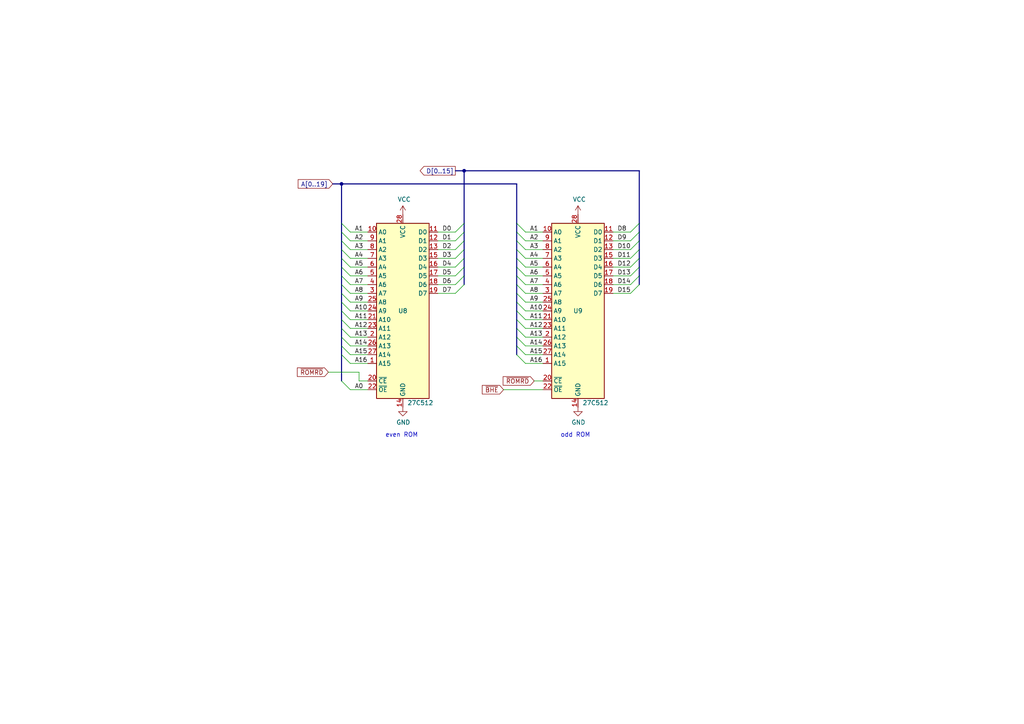
<source format=kicad_sch>
(kicad_sch (version 20230121) (generator eeschema)
  (paper "A4")
  (title_block (title "Mini8086 main system board") (rev "2.1"))
  (lib_symbols
    (symbol "Memory_EPROM:27C512"
      (property "Reference" "U" (at -7.62 26.67 0))
      (property "Value" "27C512" (at 2.54 -26.67 0))
      (symbol "27C512_1_1"
        (rectangle (start -7.62 25.4) (end 7.62 -25.4) (stroke (width 0.254)) (fill (type background)))
        (pin input line (at -10.16 -15.24 0) (length 2.54) (name "A15") (number "1"))
        (pin input line (at -10.16 22.86 0) (length 2.54) (name "A0") (number "10"))
        (pin tri_state line (at 10.16 22.86 180) (length 2.54) (name "D0") (number "11"))
        (pin tri_state line (at 10.16 20.32 180) (length 2.54) (name "D1") (number "12"))
        (pin tri_state line (at 10.16 17.78 180) (length 2.54) (name "D2") (number "13"))
        (pin power_in line (at 0 -27.94 90) (length 2.54) (name "GND") (number "14"))
        (pin tri_state line (at 10.16 15.24 180) (length 2.54) (name "D3") (number "15"))
        (pin tri_state line (at 10.16 12.7 180) (length 2.54) (name "D4") (number "16"))
        (pin tri_state line (at 10.16 10.16 180) (length 2.54) (name "D5") (number "17"))
        (pin tri_state line (at 10.16 7.62 180) (length 2.54) (name "D6") (number "18"))
        (pin tri_state line (at 10.16 5.08 180) (length 2.54) (name "D7") (number "19"))
        (pin input line (at -10.16 -7.62 0) (length 2.54) (name "A12") (number "2"))
        (pin input line (at -10.16 -20.32 0) (length 2.54) (name "~{CE}") (number "20"))
        (pin input line (at -10.16 -2.54 0) (length 2.54) (name "A10") (number "21"))
        (pin input line (at -10.16 -22.86 0) (length 2.54) (name "~{OE}") (number "22"))
        (pin input line (at -10.16 -5.08 0) (length 2.54) (name "A11") (number "23"))
        (pin input line (at -10.16 0 0) (length 2.54) (name "A9") (number "24"))
        (pin input line (at -10.16 2.54 0) (length 2.54) (name "A8") (number "25"))
        (pin input line (at -10.16 -10.16 0) (length 2.54) (name "A13") (number "26"))
        (pin input line (at -10.16 -12.7 0) (length 2.54) (name "A14") (number "27"))
        (pin power_in line (at 0 27.94 270) (length 2.54) (name "VCC") (number "28"))
        (pin input line (at -10.16 5.08 0) (length 2.54) (name "A7") (number "3"))
        (pin input line (at -10.16 7.62 0) (length 2.54) (name "A6") (number "4"))
        (pin input line (at -10.16 10.16 0) (length 2.54) (name "A5") (number "5"))
        (pin input line (at -10.16 12.7 0) (length 2.54) (name "A4") (number "6"))
        (pin input line (at -10.16 15.24 0) (length 2.54) (name "A3") (number "7"))
        (pin input line (at -10.16 17.78 0) (length 2.54) (name "A2") (number "8"))
        (pin input line (at -10.16 20.32 0) (length 2.54) (name "A1") (number "9"))
      )
    )
    (symbol "power:GND" (power) (pin_names (offset 0))
      (property "Value" "GND" (at 0 -3.81 0))
      (symbol "GND_0_1"
        (polyline (pts (xy 0 0) (xy 0 -1.27) (xy 1.27 -1.27) (xy 0 -2.54) (xy -1.27 -1.27) (xy 0 -1.27)))
      )
      (symbol "GND_1_1"
        (pin power_in line (at 0 0 270) (length 0) hide (name "GND") (number "1"))
      )
    )
    (symbol "power:VCC" (power) (pin_names (offset 0))
      (property "Value" "VCC" (at 0 3.81 0))
      (symbol "VCC_0_1"
        (polyline (pts (xy -0.762 1.27) (xy 0 2.54)))
        (polyline (pts (xy 0 0) (xy 0 2.54)))
        (polyline (pts (xy 0 2.54) (xy 0.762 1.27)))
      )
      (symbol "VCC_1_1"
        (pin power_in line (at 0 0 90) (length 0) hide (name "VCC") (number "1"))
      )
    )
  )
  (junction (at 134.62 49.53))
  (junction (at 99.06 53.34))
  (bus_entry (at 132.08 67.31) (size 2.54 -2.54))
  (bus_entry (at 101.6 82.55) (size -2.54 -2.54))
  (bus_entry (at 152.4 90.17) (size -2.54 -2.54))
  (bus_entry (at 101.6 105.41) (size -2.54 -2.54))
  (bus_entry (at 182.88 82.55) (size 2.54 -2.54))
  (bus_entry (at 152.4 77.47) (size -2.54 -2.54))
  (bus_entry (at 152.4 100.33) (size -2.54 -2.54))
  (bus_entry (at 182.88 80.01) (size 2.54 -2.54))
  (bus_entry (at 152.4 80.01) (size -2.54 -2.54))
  (bus_entry (at 152.4 87.63) (size -2.54 -2.54))
  (bus_entry (at 182.88 72.39) (size 2.54 -2.54))
  (bus_entry (at 101.6 77.47) (size -2.54 -2.54))
  (bus_entry (at 152.4 97.79) (size -2.54 -2.54))
  (bus_entry (at 132.08 82.55) (size 2.54 -2.54))
  (bus_entry (at 182.88 85.09) (size 2.54 -2.54))
  (bus_entry (at 101.6 100.33) (size -2.54 -2.54))
  (bus_entry (at 101.6 90.17) (size -2.54 -2.54))
  (bus_entry (at 152.4 72.39) (size -2.54 -2.54))
  (bus_entry (at 152.4 69.85) (size -2.54 -2.54))
  (bus_entry (at 152.4 102.87) (size -2.54 -2.54))
  (bus_entry (at 101.6 80.01) (size -2.54 -2.54))
  (bus_entry (at 132.08 85.09) (size 2.54 -2.54))
  (bus_entry (at 132.08 77.47) (size 2.54 -2.54))
  (bus_entry (at 152.4 85.09) (size -2.54 -2.54))
  (bus_entry (at 132.08 72.39) (size 2.54 -2.54))
  (bus_entry (at 101.6 74.93) (size -2.54 -2.54))
  (bus_entry (at 101.6 87.63) (size -2.54 -2.54))
  (bus_entry (at 101.6 92.71) (size -2.54 -2.54))
  (bus_entry (at 132.08 74.93) (size 2.54 -2.54))
  (bus_entry (at 182.88 69.85) (size 2.54 -2.54))
  (bus_entry (at 101.6 95.25) (size -2.54 -2.54))
  (bus_entry (at 101.6 67.31) (size -2.54 -2.54))
  (bus_entry (at 152.4 105.41) (size -2.54 -2.54))
  (bus_entry (at 101.6 97.79) (size -2.54 -2.54))
  (bus_entry (at 152.4 67.31) (size -2.54 -2.54))
  (bus_entry (at 101.6 113.03) (size -2.54 -2.54))
  (bus_entry (at 101.6 102.87) (size -2.54 -2.54))
  (bus_entry (at 152.4 74.93) (size -2.54 -2.54))
  (bus_entry (at 101.6 69.85) (size -2.54 -2.54))
  (bus_entry (at 152.4 82.55) (size -2.54 -2.54))
  (bus_entry (at 101.6 72.39) (size -2.54 -2.54))
  (bus_entry (at 152.4 95.25) (size -2.54 -2.54))
  (bus_entry (at 182.88 67.31) (size 2.54 -2.54))
  (bus_entry (at 182.88 77.47) (size 2.54 -2.54))
  (bus_entry (at 182.88 74.93) (size 2.54 -2.54))
  (bus_entry (at 101.6 85.09) (size -2.54 -2.54))
  (bus_entry (at 152.4 92.71) (size -2.54 -2.54))
  (bus_entry (at 132.08 69.85) (size 2.54 -2.54))
  (bus_entry (at 132.08 80.01) (size 2.54 -2.54))
  (wire (pts (xy 132.08 74.93) (xy 127 74.93)))
  (bus (pts (xy 149.86 82.55) (xy 149.86 85.09)))
  (wire (pts (xy 101.6 102.87) (xy 106.68 102.87)))
  (wire (pts (xy 152.4 95.25) (xy 157.48 95.25)))
  (bus (pts (xy 149.86 72.39) (xy 149.86 74.93)))
  (bus (pts (xy 185.42 64.77) (xy 185.42 67.31)))
  (bus (pts (xy 134.62 49.53) (xy 134.62 64.77)))
  (wire (pts (xy 101.6 82.55) (xy 106.68 82.55)))
  (wire (pts (xy 182.88 77.47) (xy 177.8 77.47)))
  (wire (pts (xy 101.6 92.71) (xy 106.68 92.71)))
  (wire (pts (xy 152.4 77.47) (xy 157.48 77.47)))
  (bus (pts (xy 149.86 85.09) (xy 149.86 87.63)))
  (wire (pts (xy 152.4 102.87) (xy 157.48 102.87)))
  (wire (pts (xy 152.4 97.79) (xy 157.48 97.79)))
  (wire (pts (xy 104.14 110.49) (xy 104.14 107.95)))
  (bus (pts (xy 99.06 87.63) (xy 99.06 90.17)))
  (bus (pts (xy 99.06 53.34) (xy 99.06 64.77)))
  (bus (pts (xy 134.62 64.77) (xy 134.62 67.31)))
  (bus (pts (xy 99.06 102.87) (xy 99.06 110.49)))
  (bus (pts (xy 185.42 74.93) (xy 185.42 77.47)))
  (wire (pts (xy 182.88 72.39) (xy 177.8 72.39)))
  (bus (pts (xy 149.86 92.71) (xy 149.86 95.25)))
  (wire (pts (xy 152.4 74.93) (xy 157.48 74.93)))
  (bus (pts (xy 149.86 53.34) (xy 149.86 64.77)))
  (bus (pts (xy 149.86 74.93) (xy 149.86 77.47)))
  (bus (pts (xy 149.86 87.63) (xy 149.86 90.17)))
  (wire (pts (xy 101.6 100.33) (xy 106.68 100.33)))
  (bus (pts (xy 134.62 77.47) (xy 134.62 80.01)))
  (wire (pts (xy 182.88 74.93) (xy 177.8 74.93)))
  (wire (pts (xy 152.4 69.85) (xy 157.48 69.85)))
  (bus (pts (xy 99.06 90.17) (xy 99.06 92.71)))
  (bus (pts (xy 149.86 69.85) (xy 149.86 72.39)))
  (wire (pts (xy 132.08 67.31) (xy 127 67.31)))
  (bus (pts (xy 149.86 100.33) (xy 149.86 102.87)))
  (wire (pts (xy 182.88 67.31) (xy 177.8 67.31)))
  (wire (pts (xy 152.4 80.01) (xy 157.48 80.01)))
  (bus (pts (xy 185.42 67.31) (xy 185.42 69.85)))
  (bus (pts (xy 134.62 72.39) (xy 134.62 74.93)))
  (wire (pts (xy 132.08 85.09) (xy 127 85.09)))
  (wire (pts (xy 152.4 87.63) (xy 157.48 87.63)))
  (wire (pts (xy 182.88 85.09) (xy 177.8 85.09)))
  (wire (pts (xy 157.48 110.49) (xy 154.94 110.49)))
  (wire (pts (xy 101.6 105.41) (xy 106.68 105.41)))
  (wire (pts (xy 152.4 100.33) (xy 157.48 100.33)))
  (bus (pts (xy 99.06 53.34) (xy 96.52 53.34)))
  (wire (pts (xy 104.14 107.95) (xy 95.25 107.95)))
  (wire (pts (xy 152.4 85.09) (xy 157.48 85.09)))
  (wire (pts (xy 101.6 90.17) (xy 106.68 90.17)))
  (wire (pts (xy 152.4 72.39) (xy 157.48 72.39)))
  (wire (pts (xy 152.4 67.31) (xy 157.48 67.31)))
  (wire (pts (xy 101.6 80.01) (xy 106.68 80.01)))
  (bus (pts (xy 99.06 69.85) (xy 99.06 72.39)))
  (wire (pts (xy 101.6 67.31) (xy 106.68 67.31)))
  (wire (pts (xy 101.6 97.79) (xy 106.68 97.79)))
  (wire (pts (xy 182.88 69.85) (xy 177.8 69.85)))
  (wire (pts (xy 101.6 72.39) (xy 106.68 72.39)))
  (wire (pts (xy 182.88 80.01) (xy 177.8 80.01)))
  (wire (pts (xy 101.6 74.93) (xy 106.68 74.93)))
  (bus (pts (xy 99.06 53.34) (xy 149.86 53.34)))
  (bus (pts (xy 134.62 69.85) (xy 134.62 72.39)))
  (bus (pts (xy 185.42 77.47) (xy 185.42 80.01)))
  (wire (pts (xy 152.4 90.17) (xy 157.48 90.17)))
  (wire (pts (xy 101.6 95.25) (xy 106.68 95.25)))
  (bus (pts (xy 134.62 74.93) (xy 134.62 77.47)))
  (bus (pts (xy 149.86 67.31) (xy 149.86 69.85)))
  (bus (pts (xy 99.06 64.77) (xy 99.06 67.31)))
  (bus (pts (xy 99.06 67.31) (xy 99.06 69.85)))
  (wire (pts (xy 101.6 69.85) (xy 106.68 69.85)))
  (bus (pts (xy 134.62 49.53) (xy 185.42 49.53)))
  (bus (pts (xy 99.06 77.47) (xy 99.06 80.01)))
  (wire (pts (xy 132.08 72.39) (xy 127 72.39)))
  (wire (pts (xy 101.6 85.09) (xy 106.68 85.09)))
  (bus (pts (xy 149.86 64.77) (xy 149.86 67.31)))
  (bus (pts (xy 99.06 95.25) (xy 99.06 97.79)))
  (bus (pts (xy 149.86 90.17) (xy 149.86 92.71)))
  (bus (pts (xy 149.86 77.47) (xy 149.86 80.01)))
  (wire (pts (xy 101.6 77.47) (xy 106.68 77.47)))
  (wire (pts (xy 152.4 92.71) (xy 157.48 92.71)))
  (bus (pts (xy 99.06 80.01) (xy 99.06 82.55)))
  (wire (pts (xy 106.68 110.49) (xy 104.14 110.49)))
  (bus (pts (xy 149.86 97.79) (xy 149.86 100.33)))
  (wire (pts (xy 132.08 69.85) (xy 127 69.85)))
  (wire (pts (xy 132.08 77.47) (xy 127 77.47)))
  (bus (pts (xy 149.86 80.01) (xy 149.86 82.55)))
  (bus (pts (xy 99.06 100.33) (xy 99.06 102.87)))
  (bus (pts (xy 99.06 74.93) (xy 99.06 77.47)))
  (bus (pts (xy 149.86 95.25) (xy 149.86 97.79)))
  (wire (pts (xy 101.6 87.63) (xy 106.68 87.63)))
  (bus (pts (xy 134.62 49.53) (xy 132.08 49.53)))
  (bus (pts (xy 134.62 80.01) (xy 134.62 82.55)))
  (bus (pts (xy 99.06 92.71) (xy 99.06 95.25)))
  (bus (pts (xy 134.62 67.31) (xy 134.62 69.85)))
  (bus (pts (xy 185.42 49.53) (xy 185.42 64.77)))
  (bus (pts (xy 99.06 72.39) (xy 99.06 74.93)))
  (wire (pts (xy 152.4 82.55) (xy 157.48 82.55)))
  (wire (pts (xy 157.48 113.03) (xy 146.05 113.03)))
  (wire (pts (xy 106.68 113.03) (xy 101.6 113.03)))
  (bus (pts (xy 99.06 85.09) (xy 99.06 87.63)))
  (wire (pts (xy 152.4 105.41) (xy 157.48 105.41)))
  (bus (pts (xy 99.06 82.55) (xy 99.06 85.09)))
  (bus (pts (xy 99.06 97.79) (xy 99.06 100.33)))
  (wire (pts (xy 132.08 80.01) (xy 127 80.01)))
  (wire (pts (xy 182.88 82.55) (xy 177.8 82.55)))
  (bus (pts (xy 185.42 80.01) (xy 185.42 82.55)))
  (wire (pts (xy 132.08 82.55) (xy 127 82.55)))
  (bus (pts (xy 185.42 69.85) (xy 185.42 72.39)))
  (bus (pts (xy 185.42 72.39) (xy 185.42 74.93)))
  (text "odd ROM" (at 162.56 127 0) (effects (font (size 1.27 1.27)) (justify left bottom)))
  (text "even ROM" (at 111.76 127 0) (effects (font (size 1.27 1.27)) (justify left bottom)))
  (label "D6" (at 128.27 82.55 0))
  (label "A11" (at 102.87 92.71 0))
  (label "A12" (at 153.67 95.25 0))
  (label "A9" (at 102.87 87.63 0))
  (label "A15" (at 153.67 102.87 0))
  (label "A3" (at 153.67 72.39 0))
  (label "A1" (at 102.87 67.31 0))
  (label "A16" (at 153.67 105.41 0))
  (label "D11" (at 179.07 74.93 0))
  (label "D12" (at 179.07 77.47 0))
  (label "D2" (at 128.27 72.39 0))
  (label "D0" (at 128.27 67.31 0))
  (label "A5" (at 153.67 77.47 0))
  (label "D9" (at 179.07 69.85 0))
  (label "A7" (at 153.67 82.55 0))
  (label "A13" (at 102.87 97.79 0))
  (label "A14" (at 102.87 100.33 0))
  (label "D15" (at 179.07 85.09 0))
  (label "A6" (at 102.87 80.01 0))
  (label "A12" (at 102.87 95.25 0))
  (label "D7" (at 128.27 85.09 0))
  (label "D14" (at 179.07 82.55 0))
  (label "A10" (at 102.87 90.17 0))
  (label "A8" (at 102.87 85.09 0))
  (label "D8" (at 179.07 67.31 0))
  (label "A4" (at 153.67 74.93 0))
  (label "A5" (at 102.87 77.47 0))
  (label "A2" (at 153.67 69.85 0))
  (label "A8" (at 153.67 85.09 0))
  (label "A0" (at 102.87 113.03 0))
  (label "D3" (at 128.27 74.93 0))
  (label "A14" (at 153.67 100.33 0))
  (label "A3" (at 102.87 72.39 0))
  (label "A16" (at 102.87 105.41 0))
  (label "A2" (at 102.87 69.85 0))
  (label "A10" (at 153.67 90.17 0))
  (label "A9" (at 153.67 87.63 0))
  (label "D10" (at 179.07 72.39 0))
  (label "A7" (at 102.87 82.55 0))
  (label "D5" (at 128.27 80.01 0))
  (label "A6" (at 153.67 80.01 0))
  (label "A15" (at 102.87 102.87 0))
  (label "D4" (at 128.27 77.47 0))
  (label "A13" (at 153.67 97.79 0))
  (label "A1" (at 153.67 67.31 0))
  (label "A4" (at 102.87 74.93 0))
  (label "D1" (at 128.27 69.85 0))
  (label "D13" (at 179.07 80.01 0))
  (label "A11" (at 153.67 92.71 0))
  (global_label "~{BHE}" (shape input) (at 146.05 113.03 180) (property "Intersheetrefs" "${INTERSHEET_REFS}" (effects hide)))
  (global_label "D[0..15]" (shape output) (at 132.08 49.53 180) (property "Intersheetrefs" "${INTERSHEET_REFS}" (effects hide)))
  (global_label "~{ROMRD}" (shape input) (at 154.94 110.49 180) (property "Intersheetrefs" "${INTERSHEET_REFS}" (effects hide)))
  (global_label "A[0..19]" (shape input) (at 96.52 53.34 180) (property "Intersheetrefs" "${INTERSHEET_REFS}" (effects hide)))
  (global_label "~{ROMRD}" (shape input) (at 95.25 107.95 180) (property "Intersheetrefs" "${INTERSHEET_REFS}" (effects hide)))
  (symbol (lib_id "Memory_EPROM:27C512") (at 116.84 90.17 0) (unit 1)
    (property "Reference" "U8" (at 116.84 90.17 0))
    (property "Value" "27C512" (at 121.92 116.84 0))
    (property "Footprint" "Package_DIP:DIP-28_W15.24mm_Socket_LongPads" (effects hide))
    (property "Datasheet" "http://ww1.microchip.com/downloads/en/DeviceDoc/doc0015.pdf" (effects hide))
  )
  (symbol (lib_id "Memory_EPROM:27C512") (at 167.64 90.17 0) (unit 1)
    (property "Reference" "U9" (at 167.64 90.17 0))
    (property "Value" "27C512" (at 172.72 116.84 0))
    (property "Footprint" "Package_DIP:DIP-28_W15.24mm_Socket_LongPads" (effects hide))
    (property "Datasheet" "http://ww1.microchip.com/downloads/en/DeviceDoc/doc0015.pdf" (effects hide))
  )
  (symbol (lib_id "power:GND") (at 116.84 118.11 0) (unit 1)
    (property "Reference" "#PWR028" (effects hide))
    (property "Value" "GND" (at 116.967 122.5042 0))
  )
  (symbol (lib_id "power:GND") (at 167.64 118.11 0) (unit 1)
    (property "Reference" "#PWR030" (effects hide))
    (property "Value" "GND" (at 167.767 122.5042 0))
  )
  (symbol (lib_id "power:VCC") (at 167.64 62.23 0) (unit 1)
    (property "Reference" "#PWR029" (effects hide))
    (property "Value" "VCC" (at 168.021 57.8358 0))
  )
  (symbol (lib_id "power:VCC") (at 116.84 62.23 0) (unit 1)
    (property "Reference" "#PWR027" (effects hide))
    (property "Value" "VCC" (at 117.221 57.8358 0))
  )
)
</source>
